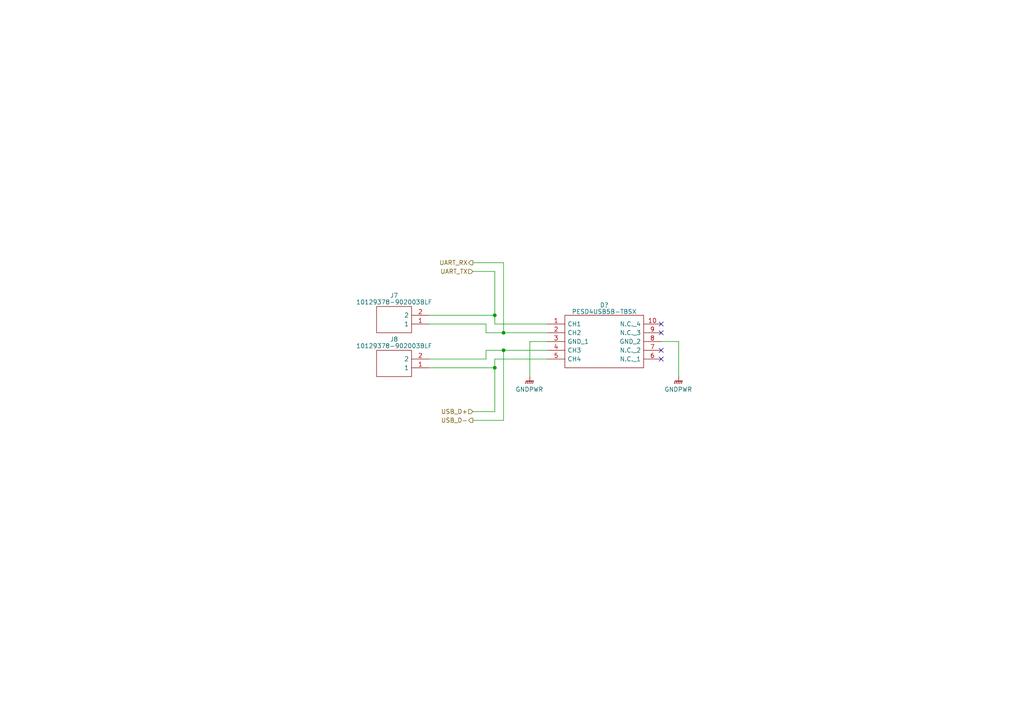
<source format=kicad_sch>
(kicad_sch (version 20230121) (generator eeschema)

  (uuid 52890bf1-14c2-408b-a53e-ac21e3e2bfba)

  (paper "A4")

  (title_block
    (title "Oro Link")
    (date "2023-03-01")
    (rev "2")
    (company "Oro Operating System")
    (comment 1 "://oro.sh")
    (comment 2 "Joshua Lee Junon")
  )

  (lib_symbols
    (symbol "SamacSys_Parts:10129378-902003BLF" (pin_names (offset 0.762)) (in_bom yes) (on_board yes)
      (property "Reference" "J" (at 16.51 7.62 0)
        (effects (font (size 1.27 1.27)) (justify left))
      )
      (property "Value" "10129378-902003BLF" (at 16.51 5.08 0)
        (effects (font (size 1.27 1.27)) (justify left))
      )
      (property "Footprint" "HDRV2W67P0X254_1X2_508X241X1082P" (at 16.51 2.54 0)
        (effects (font (size 1.27 1.27)) (justify left) hide)
      )
      (property "Datasheet" "https://cdn.amphenol-cs.com/media/wysiwyg/files/drawing/10129378.pdf" (at 16.51 0 0)
        (effects (font (size 1.27 1.27)) (justify left) hide)
      )
      (property "Description" "EconoStik 2.54mm, Board to Board Connector, Unshrouded Verticl Header, Through Hole, Single Row, 2 Positions, 2.54 mm (0.100in) Pitch." (at 16.51 -2.54 0)
        (effects (font (size 1.27 1.27)) (justify left) hide)
      )
      (property "Height" "10.82" (at 16.51 -5.08 0)
        (effects (font (size 1.27 1.27)) (justify left) hide)
      )
      (property "Manufacturer_Name" "Amphenol Communication Solutions" (at 16.51 -7.62 0)
        (effects (font (size 1.27 1.27)) (justify left) hide)
      )
      (property "Manufacturer_Part_Number" "10129378-902003BLF" (at 16.51 -10.16 0)
        (effects (font (size 1.27 1.27)) (justify left) hide)
      )
      (property "Mouser Part Number" "649-1012937890203BLF" (at 16.51 -12.7 0)
        (effects (font (size 1.27 1.27)) (justify left) hide)
      )
      (property "Mouser Price/Stock" "https://www.mouser.co.uk/ProductDetail/Amphenol-FCI/10129378-902003BLF?qs=0lQeLiL1qyZU%252BgRaQ8FKPg%3D%3D" (at 16.51 -15.24 0)
        (effects (font (size 1.27 1.27)) (justify left) hide)
      )
      (property "Arrow Part Number" "" (at 16.51 -17.78 0)
        (effects (font (size 1.27 1.27)) (justify left) hide)
      )
      (property "Arrow Price/Stock" "" (at 16.51 -20.32 0)
        (effects (font (size 1.27 1.27)) (justify left) hide)
      )
      (property "ki_description" "EconoStik 2.54mm, Board to Board Connector, Unshrouded Verticl Header, Through Hole, Single Row, 2 Positions, 2.54 mm (0.100in) Pitch." (at 0 0 0)
        (effects (font (size 1.27 1.27)) hide)
      )
      (symbol "10129378-902003BLF_0_0"
        (pin passive line (at 0 0 0) (length 5.08)
          (name "1" (effects (font (size 1.27 1.27))))
          (number "1" (effects (font (size 1.27 1.27))))
        )
        (pin passive line (at 0 -2.54 0) (length 5.08)
          (name "2" (effects (font (size 1.27 1.27))))
          (number "2" (effects (font (size 1.27 1.27))))
        )
      )
      (symbol "10129378-902003BLF_0_1"
        (polyline
          (pts
            (xy 5.08 2.54)
            (xy 15.24 2.54)
            (xy 15.24 -5.08)
            (xy 5.08 -5.08)
            (xy 5.08 2.54)
          )
          (stroke (width 0.1524) (type solid))
          (fill (type none))
        )
      )
    )
    (symbol "SamacSys_Parts:PESD4USB5B-TBSX" (pin_names (offset 0.762)) (in_bom yes) (on_board yes)
      (property "Reference" "D" (at 29.21 7.62 0)
        (effects (font (size 1.27 1.27)) (justify left))
      )
      (property "Value" "PESD4USB5B-TBSX" (at 29.21 5.08 0)
        (effects (font (size 1.27 1.27)) (justify left))
      )
      (property "Footprint" "PESD4USB5BTBSX" (at 29.21 2.54 0)
        (effects (font (size 1.27 1.27)) (justify left) hide)
      )
      (property "Datasheet" "https://assets.nexperia.com/documents/data-sheet/PESD4USB5B-TBS.pdf" (at 29.21 0 0)
        (effects (font (size 1.27 1.27)) (justify left) hide)
      )
      (property "Description" "5.5V (Typ) Clamp 7A (8/20s) Ipp Tvs Diode Surface Mount, Wettable Flank DFN2510D-10" (at 29.21 -2.54 0)
        (effects (font (size 1.27 1.27)) (justify left) hide)
      )
      (property "Height" "0.8" (at 29.21 -5.08 0)
        (effects (font (size 1.27 1.27)) (justify left) hide)
      )
      (property "Manufacturer_Name" "Nexperia" (at 29.21 -7.62 0)
        (effects (font (size 1.27 1.27)) (justify left) hide)
      )
      (property "Manufacturer_Part_Number" "PESD4USB5B-TBSX" (at 29.21 -10.16 0)
        (effects (font (size 1.27 1.27)) (justify left) hide)
      )
      (property "Mouser Part Number" "771-PESD4USB5B-TBSX" (at 29.21 -12.7 0)
        (effects (font (size 1.27 1.27)) (justify left) hide)
      )
      (property "Mouser Price/Stock" "https://www.mouser.co.uk/ProductDetail/Nexperia/PESD4USB5B-TBSX?qs=ljCeji4nMDncW6w%2F3oPpKQ%3D%3D" (at 29.21 -15.24 0)
        (effects (font (size 1.27 1.27)) (justify left) hide)
      )
      (property "Arrow Part Number" "PESD4USB5B-TBSX" (at 29.21 -17.78 0)
        (effects (font (size 1.27 1.27)) (justify left) hide)
      )
      (property "Arrow Price/Stock" "https://www.arrow.com/en/products/pesd4usb5b-tbsx/nexperia?region=nac" (at 29.21 -20.32 0)
        (effects (font (size 1.27 1.27)) (justify left) hide)
      )
      (property "ki_description" "5.5V (Typ) Clamp 7A (8/20s) Ipp Tvs Diode Surface Mount, Wettable Flank DFN2510D-10" (at 0 0 0)
        (effects (font (size 1.27 1.27)) hide)
      )
      (symbol "PESD4USB5B-TBSX_0_0"
        (pin passive line (at 0 0 0) (length 5.08)
          (name "CH1" (effects (font (size 1.27 1.27))))
          (number "1" (effects (font (size 1.27 1.27))))
        )
        (pin passive line (at 33.02 0 180) (length 5.08)
          (name "N.C._4" (effects (font (size 1.27 1.27))))
          (number "10" (effects (font (size 1.27 1.27))))
        )
        (pin passive line (at 0 -2.54 0) (length 5.08)
          (name "CH2" (effects (font (size 1.27 1.27))))
          (number "2" (effects (font (size 1.27 1.27))))
        )
        (pin passive line (at 0 -5.08 0) (length 5.08)
          (name "GND_1" (effects (font (size 1.27 1.27))))
          (number "3" (effects (font (size 1.27 1.27))))
        )
        (pin passive line (at 0 -7.62 0) (length 5.08)
          (name "CH3" (effects (font (size 1.27 1.27))))
          (number "4" (effects (font (size 1.27 1.27))))
        )
        (pin passive line (at 0 -10.16 0) (length 5.08)
          (name "CH4" (effects (font (size 1.27 1.27))))
          (number "5" (effects (font (size 1.27 1.27))))
        )
        (pin passive line (at 33.02 -10.16 180) (length 5.08)
          (name "N.C._1" (effects (font (size 1.27 1.27))))
          (number "6" (effects (font (size 1.27 1.27))))
        )
        (pin passive line (at 33.02 -7.62 180) (length 5.08)
          (name "N.C._2" (effects (font (size 1.27 1.27))))
          (number "7" (effects (font (size 1.27 1.27))))
        )
        (pin passive line (at 33.02 -5.08 180) (length 5.08)
          (name "GND_2" (effects (font (size 1.27 1.27))))
          (number "8" (effects (font (size 1.27 1.27))))
        )
        (pin passive line (at 33.02 -2.54 180) (length 5.08)
          (name "N.C._3" (effects (font (size 1.27 1.27))))
          (number "9" (effects (font (size 1.27 1.27))))
        )
      )
      (symbol "PESD4USB5B-TBSX_0_1"
        (polyline
          (pts
            (xy 5.08 2.54)
            (xy 27.94 2.54)
            (xy 27.94 -12.7)
            (xy 5.08 -12.7)
            (xy 5.08 2.54)
          )
          (stroke (width 0.1524) (type solid))
          (fill (type none))
        )
      )
    )
    (symbol "power:GNDPWR" (power) (pin_names (offset 0)) (in_bom yes) (on_board yes)
      (property "Reference" "#PWR" (at 0 -5.08 0)
        (effects (font (size 1.27 1.27)) hide)
      )
      (property "Value" "GNDPWR" (at 0 -3.302 0)
        (effects (font (size 1.27 1.27)))
      )
      (property "Footprint" "" (at 0 -1.27 0)
        (effects (font (size 1.27 1.27)) hide)
      )
      (property "Datasheet" "" (at 0 -1.27 0)
        (effects (font (size 1.27 1.27)) hide)
      )
      (property "ki_keywords" "global ground" (at 0 0 0)
        (effects (font (size 1.27 1.27)) hide)
      )
      (property "ki_description" "Power symbol creates a global label with name \"GNDPWR\" , global ground" (at 0 0 0)
        (effects (font (size 1.27 1.27)) hide)
      )
      (symbol "GNDPWR_0_1"
        (polyline
          (pts
            (xy 0 -1.27)
            (xy 0 0)
          )
          (stroke (width 0) (type default))
          (fill (type none))
        )
        (polyline
          (pts
            (xy -1.016 -1.27)
            (xy -1.27 -2.032)
            (xy -1.27 -2.032)
          )
          (stroke (width 0.2032) (type default))
          (fill (type none))
        )
        (polyline
          (pts
            (xy -0.508 -1.27)
            (xy -0.762 -2.032)
            (xy -0.762 -2.032)
          )
          (stroke (width 0.2032) (type default))
          (fill (type none))
        )
        (polyline
          (pts
            (xy 0 -1.27)
            (xy -0.254 -2.032)
            (xy -0.254 -2.032)
          )
          (stroke (width 0.2032) (type default))
          (fill (type none))
        )
        (polyline
          (pts
            (xy 0.508 -1.27)
            (xy 0.254 -2.032)
            (xy 0.254 -2.032)
          )
          (stroke (width 0.2032) (type default))
          (fill (type none))
        )
        (polyline
          (pts
            (xy 1.016 -1.27)
            (xy -1.016 -1.27)
            (xy -1.016 -1.27)
          )
          (stroke (width 0.2032) (type default))
          (fill (type none))
        )
        (polyline
          (pts
            (xy 1.016 -1.27)
            (xy 0.762 -2.032)
            (xy 0.762 -2.032)
            (xy 0.762 -2.032)
          )
          (stroke (width 0.2032) (type default))
          (fill (type none))
        )
      )
      (symbol "GNDPWR_1_1"
        (pin power_in line (at 0 0 270) (length 0) hide
          (name "GNDPWR" (effects (font (size 1.27 1.27))))
          (number "1" (effects (font (size 1.27 1.27))))
        )
      )
    )
  )

  (junction (at 143.51 91.44) (diameter 0) (color 0 0 0 0)
    (uuid 1da03cb0-1546-4f78-9f9a-003c112dacd7)
  )
  (junction (at 143.51 106.68) (diameter 0) (color 0 0 0 0)
    (uuid be96a539-e713-42d1-ba0f-74146e6f2f14)
  )
  (junction (at 146.05 96.52) (diameter 0) (color 0 0 0 0)
    (uuid e12b0654-9187-4848-99ae-98a02f6adb15)
  )
  (junction (at 146.05 101.6) (diameter 0) (color 0 0 0 0)
    (uuid ffa678b4-11c2-4283-beab-b4489dacdd5d)
  )

  (no_connect (at 191.77 104.14) (uuid 219b18ee-b648-434b-b06f-20668014992f))
  (no_connect (at 191.77 101.6) (uuid 4078797a-8dd6-4e7a-828d-eb3cb655bf41))
  (no_connect (at 191.77 96.52) (uuid 769f7749-76ee-4f17-b04a-0ba28133fe8c))
  (no_connect (at 191.77 93.98) (uuid b85d4e8b-f6c1-4da0-8f80-2b36f37e761e))

  (wire (pts (xy 140.97 96.52) (xy 146.05 96.52))
    (stroke (width 0) (type default))
    (uuid 1824ad70-145a-4eca-b4d4-47396f7723a0)
  )
  (wire (pts (xy 140.97 104.14) (xy 140.97 101.6))
    (stroke (width 0) (type default))
    (uuid 2f0eef5b-ce59-45de-9e57-f2a74538f81c)
  )
  (wire (pts (xy 124.46 91.44) (xy 143.51 91.44))
    (stroke (width 0) (type default))
    (uuid 3d6c8d86-4cff-4078-8be8-48dccfba989e)
  )
  (wire (pts (xy 140.97 93.98) (xy 140.97 96.52))
    (stroke (width 0) (type default))
    (uuid 3dce3cf8-8a51-4aa3-9050-221fca99e45b)
  )
  (wire (pts (xy 124.46 106.68) (xy 143.51 106.68))
    (stroke (width 0) (type default))
    (uuid 3ed0a743-276c-42c7-8b96-54c01b372c85)
  )
  (wire (pts (xy 196.85 99.06) (xy 191.77 99.06))
    (stroke (width 0) (type default))
    (uuid 59071018-71c5-4f37-9e2f-0da5ef35a58b)
  )
  (wire (pts (xy 124.46 93.98) (xy 140.97 93.98))
    (stroke (width 0) (type default))
    (uuid 59d07128-c6ea-4f04-85ae-44a9670a3ad3)
  )
  (wire (pts (xy 146.05 76.2) (xy 137.16 76.2))
    (stroke (width 0) (type default))
    (uuid 746a78ee-2390-4c14-adbf-918cefb293a0)
  )
  (wire (pts (xy 143.51 78.74) (xy 137.16 78.74))
    (stroke (width 0) (type default))
    (uuid 7fbfb806-8130-4b5b-a252-bc50e656e729)
  )
  (wire (pts (xy 143.51 93.98) (xy 143.51 91.44))
    (stroke (width 0) (type default))
    (uuid 80f5151d-754a-4011-8741-1c251e346a10)
  )
  (wire (pts (xy 124.46 104.14) (xy 140.97 104.14))
    (stroke (width 0) (type default))
    (uuid 8d06649d-0a2f-4cbe-82e4-3f485c75d448)
  )
  (wire (pts (xy 153.67 99.06) (xy 158.75 99.06))
    (stroke (width 0) (type default))
    (uuid a0e7c630-e75f-4974-8b82-decd16f47fb8)
  )
  (wire (pts (xy 153.67 109.22) (xy 153.67 99.06))
    (stroke (width 0) (type default))
    (uuid aa783624-7393-4cdb-9175-fc13f06e9ced)
  )
  (wire (pts (xy 143.51 106.68) (xy 143.51 119.38))
    (stroke (width 0) (type default))
    (uuid ae0e0007-8165-48f0-b180-c0dd5b92dcb3)
  )
  (wire (pts (xy 143.51 119.38) (xy 137.16 119.38))
    (stroke (width 0) (type default))
    (uuid af345bef-c435-4f4b-a009-8d5b9f453e08)
  )
  (wire (pts (xy 143.51 104.14) (xy 143.51 106.68))
    (stroke (width 0) (type default))
    (uuid b7d11b7c-4cad-4dd6-aec6-4196d7841dd5)
  )
  (wire (pts (xy 196.85 109.22) (xy 196.85 99.06))
    (stroke (width 0) (type default))
    (uuid c71ff921-50a7-4952-89d3-647c8fde01ae)
  )
  (wire (pts (xy 146.05 101.6) (xy 158.75 101.6))
    (stroke (width 0) (type default))
    (uuid c964b143-b5d0-4cbe-8015-049172136194)
  )
  (wire (pts (xy 146.05 101.6) (xy 146.05 121.92))
    (stroke (width 0) (type default))
    (uuid ca0a8d9a-91a3-46f4-b9d6-90615196e9e1)
  )
  (wire (pts (xy 140.97 101.6) (xy 146.05 101.6))
    (stroke (width 0) (type default))
    (uuid d634da72-cb35-4015-8634-2688e7cb858b)
  )
  (wire (pts (xy 146.05 121.92) (xy 137.16 121.92))
    (stroke (width 0) (type default))
    (uuid da0544f6-775b-4ecb-8a3d-3b74d476e469)
  )
  (wire (pts (xy 143.51 93.98) (xy 158.75 93.98))
    (stroke (width 0) (type default))
    (uuid e9587593-2b46-414b-a251-b8bac2e591a8)
  )
  (wire (pts (xy 143.51 91.44) (xy 143.51 78.74))
    (stroke (width 0) (type default))
    (uuid ed81f1b5-7cee-4546-83cc-7f9fed8a6c39)
  )
  (wire (pts (xy 143.51 104.14) (xy 158.75 104.14))
    (stroke (width 0) (type default))
    (uuid f3e421cb-0a3c-4dca-8bcc-105b9b88d5ad)
  )
  (wire (pts (xy 146.05 96.52) (xy 158.75 96.52))
    (stroke (width 0) (type default))
    (uuid f5c732ab-316c-42ca-bcb1-4e22cd493d1f)
  )
  (wire (pts (xy 146.05 96.52) (xy 146.05 76.2))
    (stroke (width 0) (type default))
    (uuid fd77d09a-e024-4065-8963-6a1913111275)
  )

  (hierarchical_label "USB_D-" (shape output) (at 137.16 121.92 180) (fields_autoplaced)
    (effects (font (size 1.27 1.27)) (justify right))
    (uuid 0336f3ca-7d7d-4b2e-ac34-210501e57a39)
  )
  (hierarchical_label "USB_D+" (shape input) (at 137.16 119.38 180) (fields_autoplaced)
    (effects (font (size 1.27 1.27)) (justify right))
    (uuid 5eb99c34-c7e8-4e9e-8df9-01a7ab58657a)
  )
  (hierarchical_label "UART_RX" (shape output) (at 137.16 76.2 180) (fields_autoplaced)
    (effects (font (size 1.27 1.27)) (justify right))
    (uuid 612a8cd0-88f2-44ce-9ccc-275c77e2794a)
  )
  (hierarchical_label "UART_TX" (shape input) (at 137.16 78.74 180) (fields_autoplaced)
    (effects (font (size 1.27 1.27)) (justify right))
    (uuid a85d9bb7-22c2-4ccb-bfc0-368d2db86666)
  )

  (symbol (lib_id "SamacSys_Parts:PESD4USB5B-TBSX") (at 158.75 93.98 0) (unit 1)
    (in_bom yes) (on_board yes) (dnp no) (fields_autoplaced)
    (uuid 2117477b-736c-44c3-9d0d-01bf956bcf14)
    (property "Reference" "D?" (at 175.26 88.4809 0)
      (effects (font (size 1.27 1.27)))
    )
    (property "Value" "PESD4USB5B-TBSX" (at 175.26 90.4019 0)
      (effects (font (size 1.27 1.27)))
    )
    (property "Footprint" "PESD4USB5BTBSX" (at 187.96 91.44 0)
      (effects (font (size 1.27 1.27)) (justify left) hide)
    )
    (property "Datasheet" "https://assets.nexperia.com/documents/data-sheet/PESD4USB5B-TBS.pdf" (at 187.96 93.98 0)
      (effects (font (size 1.27 1.27)) (justify left) hide)
    )
    (property "Description" "5.5V (Typ) Clamp 7A (8/20s) Ipp Tvs Diode Surface Mount, Wettable Flank DFN2510D-10" (at 187.96 96.52 0)
      (effects (font (size 1.27 1.27)) (justify left) hide)
    )
    (property "Height" "0.8" (at 187.96 99.06 0)
      (effects (font (size 1.27 1.27)) (justify left) hide)
    )
    (property "Manufacturer_Name" "Nexperia" (at 187.96 101.6 0)
      (effects (font (size 1.27 1.27)) (justify left) hide)
    )
    (property "Manufacturer_Part_Number" "PESD4USB5B-TBSX" (at 187.96 104.14 0)
      (effects (font (size 1.27 1.27)) (justify left) hide)
    )
    (property "Mouser Part Number" "771-PESD4USB5B-TBSX" (at 187.96 106.68 0)
      (effects (font (size 1.27 1.27)) (justify left) hide)
    )
    (property "Mouser Price/Stock" "https://www.mouser.co.uk/ProductDetail/Nexperia/PESD4USB5B-TBSX?qs=ljCeji4nMDncW6w%2F3oPpKQ%3D%3D" (at 187.96 109.22 0)
      (effects (font (size 1.27 1.27)) (justify left) hide)
    )
    (property "Arrow Part Number" "PESD4USB5B-TBSX" (at 187.96 111.76 0)
      (effects (font (size 1.27 1.27)) (justify left) hide)
    )
    (property "Arrow Price/Stock" "https://www.arrow.com/en/products/pesd4usb5b-tbsx/nexperia?region=nac" (at 187.96 114.3 0)
      (effects (font (size 1.27 1.27)) (justify left) hide)
    )
    (pin "1" (uuid 521419f0-fce2-4081-bc57-51eced2141ef))
    (pin "10" (uuid 618102c0-6685-4f07-afbc-c8701cd4623c))
    (pin "2" (uuid 8a3a6cda-5763-4372-ae35-3449ef1e5a48))
    (pin "3" (uuid 3529efec-706b-458f-823e-827281176c06))
    (pin "4" (uuid 1ef5fcb1-e4aa-4ff7-a3cd-bfc45f435986))
    (pin "5" (uuid e1f05207-0aa3-4833-a2c2-7eaafa6984cb))
    (pin "6" (uuid 38e381a2-0b72-4025-b66c-1a431f998c70))
    (pin "7" (uuid d9e24544-ad27-4880-93a4-53303fe53f95))
    (pin "8" (uuid 46e8b985-ec79-4977-bd58-ecc8bcce64fb))
    (pin "9" (uuid 2920bdd7-5a4f-48f5-8563-c3b9552615af))
    (instances
      (project "Oro Link rev2"
        (path "/e89dcd22-1250-4a5b-b778-1c95a0dd623d"
          (reference "D?") (unit 1)
        )
        (path "/e89dcd22-1250-4a5b-b778-1c95a0dd623d/6f0a294d-fd09-4bb5-9458-a2c8fc68902c"
          (reference "D9") (unit 1)
        )
      )
    )
  )

  (symbol (lib_id "SamacSys_Parts:10129378-902003BLF") (at 124.46 106.68 180) (unit 1)
    (in_bom yes) (on_board yes) (dnp no)
    (uuid 35782f9f-5529-4814-88eb-e2827a5cdca5)
    (property "Reference" "J8" (at 114.3 98.409 0)
      (effects (font (size 1.27 1.27)))
    )
    (property "Value" "10129378-902003BLF" (at 114.3 100.33 0)
      (effects (font (size 1.27 1.27)))
    )
    (property "Footprint" "HDRV2W67P0X254_1X2_508X241X1082P" (at 107.95 109.22 0)
      (effects (font (size 1.27 1.27)) (justify left) hide)
    )
    (property "Datasheet" "https://cdn.amphenol-cs.com/media/wysiwyg/files/drawing/10129378.pdf" (at 107.95 106.68 0)
      (effects (font (size 1.27 1.27)) (justify left) hide)
    )
    (property "Description" "EconoStik 2.54mm, Board to Board Connector, Unshrouded Verticl Header, Through Hole, Single Row, 2 Positions, 2.54 mm (0.100in) Pitch." (at 107.95 104.14 0)
      (effects (font (size 1.27 1.27)) (justify left) hide)
    )
    (property "Height" "10.82" (at 107.95 101.6 0)
      (effects (font (size 1.27 1.27)) (justify left) hide)
    )
    (property "Manufacturer_Name" "Amphenol Communication Solutions" (at 107.95 99.06 0)
      (effects (font (size 1.27 1.27)) (justify left) hide)
    )
    (property "Manufacturer_Part_Number" "10129378-902003BLF" (at 107.95 96.52 0)
      (effects (font (size 1.27 1.27)) (justify left) hide)
    )
    (property "Mouser Part Number" "649-1012937890203BLF" (at 107.95 93.98 0)
      (effects (font (size 1.27 1.27)) (justify left) hide)
    )
    (property "Mouser Price/Stock" "https://www.mouser.co.uk/ProductDetail/Amphenol-FCI/10129378-902003BLF?qs=0lQeLiL1qyZU%252BgRaQ8FKPg%3D%3D" (at 107.95 91.44 0)
      (effects (font (size 1.27 1.27)) (justify left) hide)
    )
    (property "Arrow Part Number" "" (at 107.95 88.9 0)
      (effects (font (size 1.27 1.27)) (justify left) hide)
    )
    (property "Arrow Price/Stock" "" (at 107.95 86.36 0)
      (effects (font (size 1.27 1.27)) (justify left) hide)
    )
    (pin "1" (uuid 5fe5d87f-2e4e-44db-a067-6087260fc5a0))
    (pin "2" (uuid 2dbb09af-4f7c-4ea1-86a6-8c166a4eec14))
    (instances
      (project "Oro Link rev2"
        (path "/e89dcd22-1250-4a5b-b778-1c95a0dd623d/6f0a294d-fd09-4bb5-9458-a2c8fc68902c"
          (reference "J8") (unit 1)
        )
      )
    )
  )

  (symbol (lib_id "SamacSys_Parts:10129378-902003BLF") (at 124.46 93.98 180) (unit 1)
    (in_bom yes) (on_board yes) (dnp no)
    (uuid 3902f9dd-e9ca-423a-98d9-e55399f8737d)
    (property "Reference" "J7" (at 114.3 85.709 0)
      (effects (font (size 1.27 1.27)))
    )
    (property "Value" "10129378-902003BLF" (at 114.3 87.63 0)
      (effects (font (size 1.27 1.27)))
    )
    (property "Footprint" "HDRV2W67P0X254_1X2_508X241X1082P" (at 107.95 96.52 0)
      (effects (font (size 1.27 1.27)) (justify left) hide)
    )
    (property "Datasheet" "https://cdn.amphenol-cs.com/media/wysiwyg/files/drawing/10129378.pdf" (at 107.95 93.98 0)
      (effects (font (size 1.27 1.27)) (justify left) hide)
    )
    (property "Description" "EconoStik 2.54mm, Board to Board Connector, Unshrouded Verticl Header, Through Hole, Single Row, 2 Positions, 2.54 mm (0.100in) Pitch." (at 107.95 91.44 0)
      (effects (font (size 1.27 1.27)) (justify left) hide)
    )
    (property "Height" "10.82" (at 107.95 88.9 0)
      (effects (font (size 1.27 1.27)) (justify left) hide)
    )
    (property "Manufacturer_Name" "Amphenol Communication Solutions" (at 107.95 86.36 0)
      (effects (font (size 1.27 1.27)) (justify left) hide)
    )
    (property "Manufacturer_Part_Number" "10129378-902003BLF" (at 107.95 83.82 0)
      (effects (font (size 1.27 1.27)) (justify left) hide)
    )
    (property "Mouser Part Number" "649-1012937890203BLF" (at 107.95 81.28 0)
      (effects (font (size 1.27 1.27)) (justify left) hide)
    )
    (property "Mouser Price/Stock" "https://www.mouser.co.uk/ProductDetail/Amphenol-FCI/10129378-902003BLF?qs=0lQeLiL1qyZU%252BgRaQ8FKPg%3D%3D" (at 107.95 78.74 0)
      (effects (font (size 1.27 1.27)) (justify left) hide)
    )
    (property "Arrow Part Number" "" (at 107.95 76.2 0)
      (effects (font (size 1.27 1.27)) (justify left) hide)
    )
    (property "Arrow Price/Stock" "" (at 107.95 73.66 0)
      (effects (font (size 1.27 1.27)) (justify left) hide)
    )
    (pin "1" (uuid 4615201f-a054-48e9-95a1-ef9e0eaab3ca))
    (pin "2" (uuid dba55924-eed1-43c9-b247-9c5e3eb2f7e8))
    (instances
      (project "Oro Link rev2"
        (path "/e89dcd22-1250-4a5b-b778-1c95a0dd623d/6f0a294d-fd09-4bb5-9458-a2c8fc68902c"
          (reference "J7") (unit 1)
        )
      )
    )
  )

  (symbol (lib_id "power:GNDPWR") (at 196.85 109.22 0) (unit 1)
    (in_bom yes) (on_board yes) (dnp no) (fields_autoplaced)
    (uuid 4973befb-bed4-4261-8240-4488e84718fc)
    (property "Reference" "#PWR078" (at 196.85 114.3 0)
      (effects (font (size 1.27 1.27)) hide)
    )
    (property "Value" "GNDPWR" (at 196.723 112.9491 0)
      (effects (font (size 1.27 1.27)))
    )
    (property "Footprint" "" (at 196.85 110.49 0)
      (effects (font (size 1.27 1.27)) hide)
    )
    (property "Datasheet" "" (at 196.85 110.49 0)
      (effects (font (size 1.27 1.27)) hide)
    )
    (pin "1" (uuid d7847f92-6e5c-4a7b-bcf2-6a7ecbf69340))
    (instances
      (project "Oro Link rev2"
        (path "/e89dcd22-1250-4a5b-b778-1c95a0dd623d/6f0a294d-fd09-4bb5-9458-a2c8fc68902c"
          (reference "#PWR078") (unit 1)
        )
      )
    )
  )

  (symbol (lib_id "power:GNDPWR") (at 153.67 109.22 0) (unit 1)
    (in_bom yes) (on_board yes) (dnp no) (fields_autoplaced)
    (uuid dfd93511-44fa-4b36-a4a2-2a46d203a9d5)
    (property "Reference" "#PWR077" (at 153.67 114.3 0)
      (effects (font (size 1.27 1.27)) hide)
    )
    (property "Value" "GNDPWR" (at 153.543 112.9491 0)
      (effects (font (size 1.27 1.27)))
    )
    (property "Footprint" "" (at 153.67 110.49 0)
      (effects (font (size 1.27 1.27)) hide)
    )
    (property "Datasheet" "" (at 153.67 110.49 0)
      (effects (font (size 1.27 1.27)) hide)
    )
    (pin "1" (uuid 6cbd01b0-fa16-4464-a694-117a95d892a0))
    (instances
      (project "Oro Link rev2"
        (path "/e89dcd22-1250-4a5b-b778-1c95a0dd623d/6f0a294d-fd09-4bb5-9458-a2c8fc68902c"
          (reference "#PWR077") (unit 1)
        )
      )
    )
  )
)

</source>
